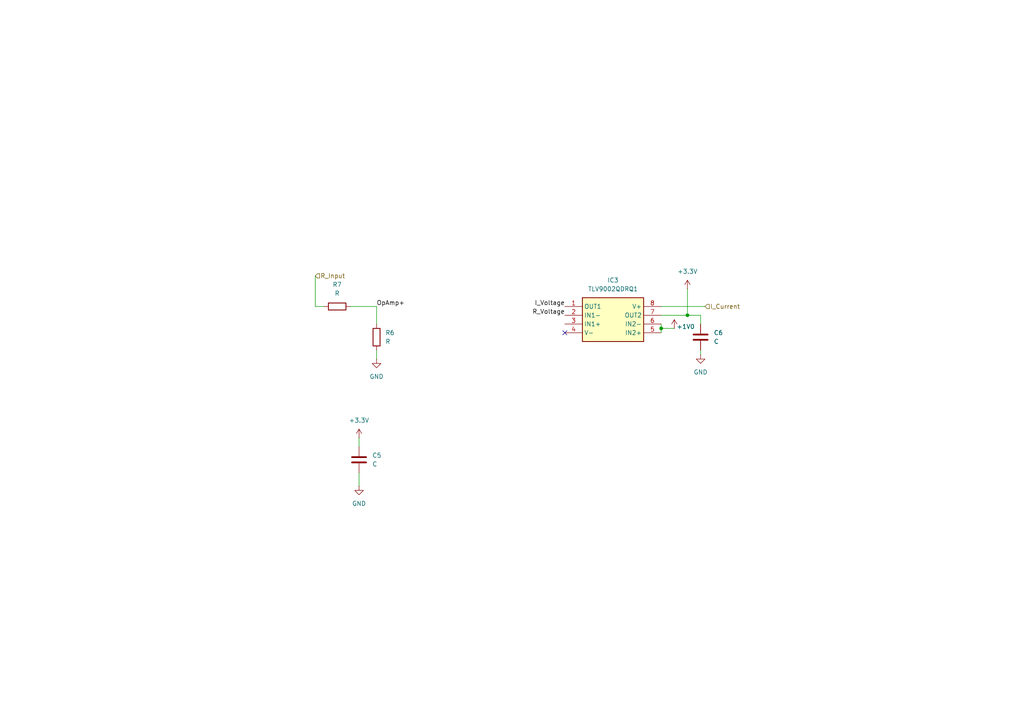
<source format=kicad_sch>
(kicad_sch (version 20250114) (generator "eeschema") (generator_version "9.0")
  (paper "A4")
  (lib_symbols
    (symbol "Device:C" (pin_numbers (hide yes)) (pin_names (offset 0.254))
      (property "Reference" "C" (at 0.635 2.54 0))
      (property "Value" "C" (at 0.635 -2.54 0))
      (symbol "C_0_1"
        (polyline (pts (xy -2.032 0.762) (xy 2.032 0.762)) (stroke (width 0.508)))
        (polyline (pts (xy -2.032 -0.762) (xy 2.032 -0.762)) (stroke (width 0.508)))
      )
      (symbol "C_1_1"
        (pin passive line (at 0 3.81 270) (length 2.794) (name "~") (number "1"))
        (pin passive line (at 0 -3.81 90) (length 2.794) (name "~") (number "2"))
      )
    )
    (symbol "Device:R" (pin_numbers (hide yes)) (pin_names (offset 0))
      (property "Reference" "R" (at 2.032 0 90))
      (property "Value" "R" (at 0 0 90))
      (symbol "R_0_1"
        (rectangle (start -1.016 -2.54) (end 1.016 2.54) (stroke (width 0.254)))
      )
      (symbol "R_1_1"
        (pin passive line (at 0 3.81 270) (length 1.27) (name "~") (number "1"))
        (pin passive line (at 0 -3.81 90) (length 1.27) (name "~") (number "2"))
      )
    )
    (symbol "TLV9002QDRQ1:TLV9002QDRQ1"
      (property "Reference" "IC" (at 24.13 7.62 0))
      (property "Value" "TLV9002QDRQ1" (at 24.13 5.08 0))
      (symbol "TLV9002QDRQ1_1_1"
        (rectangle (start 5.08 2.54) (end 22.86 -10.16) (stroke (width 0.254)) (fill (type background)))
        (pin passive line (at 0 0 0) (length 5.08) (name "OUT1") (number "1"))
        (pin passive line (at 0 -2.54 0) (length 5.08) (name "IN1-") (number "2"))
        (pin passive line (at 0 -5.08 0) (length 5.08) (name "IN1+") (number "3"))
        (pin passive line (at 0 -7.62 0) (length 5.08) (name "V-") (number "4"))
        (pin passive line (at 27.94 0 180) (length 5.08) (name "V+") (number "8"))
        (pin passive line (at 27.94 -2.54 180) (length 5.08) (name "OUT2") (number "7"))
        (pin passive line (at 27.94 -5.08 180) (length 5.08) (name "IN2-") (number "6"))
        (pin passive line (at 27.94 -7.62 180) (length 5.08) (name "IN2+") (number "5"))
      )
    )
    (symbol "power:+1V0" (power) (pin_numbers (hide yes)) (pin_names (offset 0) (hide yes))
      (property "Value" "+1V0" (at 0 3.556 0))
      (symbol "+1V0_0_1"
        (polyline (pts (xy -0.762 1.27) (xy 0 2.54)))
        (polyline (pts (xy 0 2.54) (xy 0.762 1.27)))
        (polyline (pts (xy 0 0) (xy 0 2.54)))
      )
      (symbol "+1V0_1_1"
        (pin power_in line (at 0 0 90) (length 0) (name "~") (number "1"))
      )
    )
    (symbol "power:+3.3V" (power) (pin_numbers (hide yes)) (pin_names (offset 0) (hide yes))
      (property "Value" "+3.3V" (at 0 3.556 0))
      (symbol "+3.3V_0_1"
        (polyline (pts (xy -0.762 1.27) (xy 0 2.54)))
        (polyline (pts (xy 0 2.54) (xy 0.762 1.27)))
        (polyline (pts (xy 0 0) (xy 0 2.54)))
      )
      (symbol "+3.3V_1_1"
        (pin power_in line (at 0 0 90) (length 0) (name "~") (number "1"))
      )
    )
    (symbol "power:GND" (power) (pin_numbers (hide yes)) (pin_names (offset 0) (hide yes))
      (property "Value" "GND" (at 0 -3.81 0))
      (symbol "GND_0_1"
        (polyline (pts (xy 0 0) (xy 0 -1.27) (xy 1.27 -1.27) (xy 0 -2.54) (xy -1.27 -1.27) (xy 0 -1.27)))
      )
      (symbol "GND_1_1"
        (pin power_in line (at 0 0 270) (length 0) (name "~") (number "1"))
      )
    )
  )
  (junction (at 199.39 91.44))
  (junction (at 191.77 95.25))
  (no_connect (at 163.83 96.52))
  (wire (pts (xy 104.14 127) (xy 104.14 129.54)))
  (wire (pts (xy 191.77 91.44) (xy 199.39 91.44)))
  (wire (pts (xy 191.77 95.25) (xy 195.58 95.25)))
  (wire (pts (xy 191.77 95.25) (xy 191.77 96.52)))
  (wire (pts (xy 203.2 91.44) (xy 203.2 93.98)))
  (wire (pts (xy 203.2 102.87) (xy 203.2 101.6)))
  (wire (pts (xy 109.22 101.6) (xy 109.22 104.14)))
  (wire (pts (xy 104.14 137.16) (xy 104.14 140.97)))
  (wire (pts (xy 101.6 88.9) (xy 109.22 88.9)))
  (wire (pts (xy 91.44 80.01) (xy 91.44 88.9)))
  (wire (pts (xy 199.39 91.44) (xy 203.2 91.44)))
  (wire (pts (xy 191.77 88.9) (xy 204.47 88.9)))
  (wire (pts (xy 191.77 93.98) (xy 191.77 95.25)))
  (wire (pts (xy 109.22 88.9) (xy 109.22 93.98)))
  (wire (pts (xy 91.44 88.9) (xy 93.98 88.9)))
  (wire (pts (xy 199.39 83.82) (xy 199.39 91.44)))
  (label "I_Voltage" (at 163.83 88.9 180))
  (label "OpAmp+" (at 109.22 88.9 0))
  (label "R_Voltage" (at 163.83 91.44 180))
  (hierarchical_label "R_Input" (shape input) (at 91.44 80.01 0))
  (hierarchical_label "I_Current" (shape input) (at 204.47 88.9 0))
  (symbol (lib_id "power:+3.3V") (at 104.14 127 0) (unit 1)
    (property "Reference" "#PWR016" (effects (hide yes)))
    (property "Value" "+3.3V" (at 104.14 121.92 0))
    (property "Description" "Power symbol creates a global label with name \"+3.3V\"" (effects (hide yes)))
  )
  (symbol (lib_id "power:GND") (at 203.2 102.87 0) (unit 1)
    (property "Reference" "#PWR027" (effects (hide yes)))
    (property "Value" "GND" (at 203.2 107.95 0))
    (property "Description" "Power symbol creates a global label with name \"GND\" , ground" (effects (hide yes)))
  )
  (symbol (lib_id "power:GND") (at 109.22 104.14 0) (unit 1)
    (property "Reference" "#PWR05" (effects (hide yes)))
    (property "Value" "GND" (at 109.22 109.22 0))
    (property "Description" "Power symbol creates a global label with name \"GND\" , ground" (effects (hide yes)))
  )
  (symbol (lib_id "TLV9002QDRQ1:TLV9002QDRQ1") (at 163.83 88.9 0) (unit 1)
    (property "Reference" "IC3" (at 177.8 81.28 0))
    (property "Value" "TLV9002QDRQ1" (at 177.8 83.82 0))
    (property "Footprint" "SOIC127P600X175-8N" (effects (hide yes)))
    (property "Datasheet" "https://www.ti.com/lit/ds/symlink/tlv9002-q1.pdf?ts=1606492484565&ref_url=https%253A%252F%252Fwww.ti.com%252Fproduct%252FTLV9002-Q1" (effects (hide yes)))
    (property "Description" "Operational Amplifiers - Op Amps 2-Channel, 1MHz, RRIO, 1.8V to 5.5V operational amplifier for cost-optimized systems 8-SOIC -40 to 125" (effects (hide yes)))
    (property "Height" "1.75" (effects (hide yes)))
    (property "Mouser Part Number" "595-TLV9002QDRQ1" (effects (hide yes)))
    (property "Mouser Price/Stock" "https://www.mouser.co.uk/ProductDetail/Texas-Instruments/TLV9002QDRQ1?qs=OTrKUuiFdkaZFErnMHVpZg%3D%3D" (effects (hide yes)))
    (property "Manufacturer_Name" "Texas Instruments" (effects (hide yes)))
    (property "Manufacturer_Part_Number" "TLV9002QDRQ1" (effects (hide yes)))
  )
  (symbol (lib_id "Device:C") (at 104.14 133.35 0) (unit 1)
    (property "Reference" "C5" (at 107.95 132.0799 0) (effects (justify left)))
    (property "Value" "C" (at 107.95 134.6199 0) (effects (justify left)))
    (property "Description" "Unpolarized capacitor" (effects (hide yes)))
  )
  (symbol (lib_id "Device:R") (at 97.79 88.9 90) (unit 1)
    (property "Reference" "R7" (at 97.79 82.55 90))
    (property "Value" "R" (at 97.79 85.09 90))
    (property "Description" "Resistor" (effects (hide yes)))
  )
  (symbol (lib_id "power:+1V0") (at 195.58 95.25 0) (unit 1)
    (property "Reference" "#PWR012" (effects (hide yes)))
    (property "Value" "+1V0" (at 198.882 94.742 0))
    (property "Description" "Power symbol creates a global label with name \"+1V0\"" (effects (hide yes)))
  )
  (symbol (lib_id "Device:R") (at 109.22 97.79 0) (unit 1)
    (property "Reference" "R6" (at 111.76 96.5199 0) (effects (justify left)))
    (property "Value" "R" (at 111.76 99.0599 0) (effects (justify left)))
    (property "Description" "Resistor" (effects (hide yes)))
  )
  (symbol (lib_id "Device:C") (at 203.2 97.79 0) (unit 1)
    (property "Reference" "C6" (at 207.01 96.5199 0) (effects (justify left)))
    (property "Value" "C" (at 207.01 99.0599 0) (effects (justify left)))
    (property "Description" "Unpolarized capacitor" (effects (hide yes)))
  )
  (symbol (lib_id "power:GND") (at 104.14 140.97 0) (unit 1)
    (property "Reference" "#PWR025" (effects (hide yes)))
    (property "Value" "GND" (at 104.14 146.05 0))
    (property "Description" "Power symbol creates a global label with name \"GND\" , ground" (effects (hide yes)))
  )
  (symbol (lib_id "power:+3.3V") (at 199.39 83.82 0) (unit 1)
    (property "Reference" "#PWR036" (effects (hide yes)))
    (property "Value" "+3.3V" (at 199.39 78.74 0))
    (property "Description" "Power symbol creates a global label with name \"+3.3V\"" (effects (hide yes)))
  )
)
</source>
